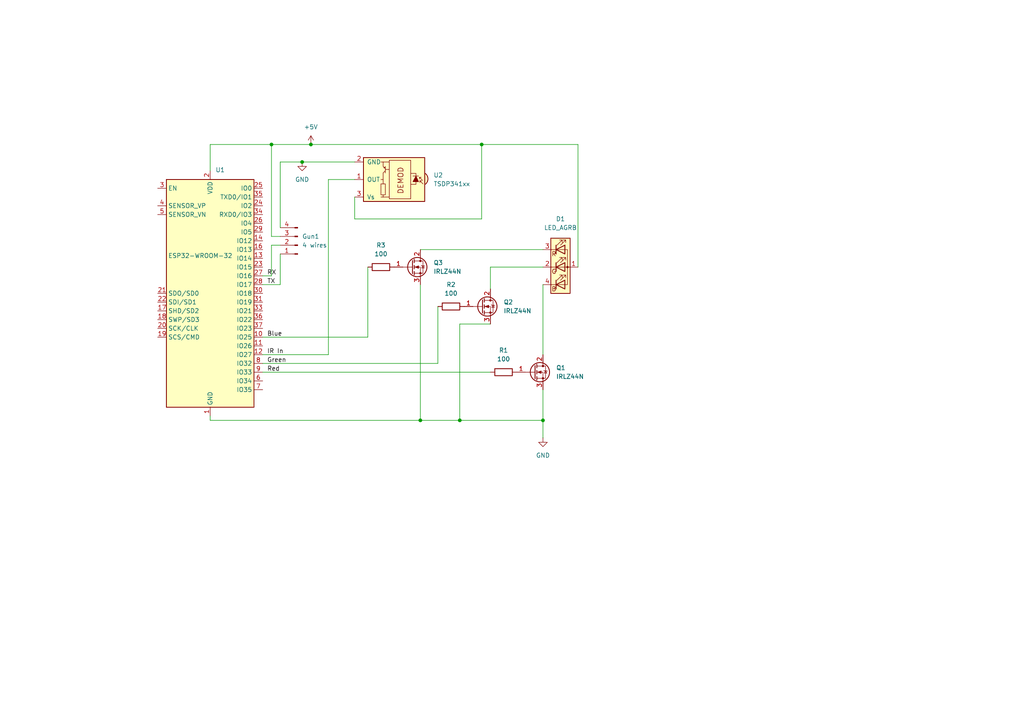
<source format=kicad_sch>
(kicad_sch (version 20250114) (generator "eeschema") (generator_version "9.0")
  (paper "A4")
  (lib_symbols
    (symbol "Connector:Conn_01x04_Pin" (pin_names (offset 1.016) (hide yes))
      (property "Reference" "J" (at 0 5.08 0))
      (property "Value" "Conn_01x04_Pin" (at 0 -7.62 0))
      (symbol "Conn_01x04_Pin_1_1"
        (rectangle (start 0.8636 2.667) (end 0 2.413) (stroke (width 0.1524)) (fill (type outline)))
        (rectangle (start 0.8636 0.127) (end 0 -0.127) (stroke (width 0.1524)) (fill (type outline)))
        (rectangle (start 0.8636 -2.413) (end 0 -2.667) (stroke (width 0.1524)) (fill (type outline)))
        (rectangle (start 0.8636 -4.953) (end 0 -5.207) (stroke (width 0.1524)) (fill (type outline)))
        (polyline (pts (xy 1.27 2.54) (xy 0.8636 2.54)) (stroke (width 0.1524)))
        (polyline (pts (xy 1.27 0) (xy 0.8636 0)) (stroke (width 0.1524)))
        (polyline (pts (xy 1.27 -2.54) (xy 0.8636 -2.54)) (stroke (width 0.1524)))
        (polyline (pts (xy 1.27 -5.08) (xy 0.8636 -5.08)) (stroke (width 0.1524)))
        (pin passive line (at 5.08 2.54 180) (length 3.81) (name "Pin_1") (number "1"))
        (pin passive line (at 5.08 0 180) (length 3.81) (name "Pin_2") (number "2"))
        (pin passive line (at 5.08 -2.54 180) (length 3.81) (name "Pin_3") (number "3"))
        (pin passive line (at 5.08 -5.08 180) (length 3.81) (name "Pin_4") (number "4"))
      )
    )
    (symbol "Device:LED_AGRB" (pin_names (offset 0) (hide yes))
      (property "Reference" "D" (at 0 9.398 0))
      (property "Value" "LED_AGRB" (at 0 -8.89 0))
      (symbol "LED_AGRB_0_0"
        (text "R" (at -1.905 3.81 0) (effects (font (size 1.27 1.27))))
        (text "G" (at -1.905 -1.27 0) (effects (font (size 1.27 1.27))))
        (text "B" (at -1.905 -6.35 0) (effects (font (size 1.27 1.27))))
      )
      (symbol "LED_AGRB_0_1"
        (polyline (pts (xy -1.27 6.35) (xy -1.27 3.81)) (stroke (width 0.254)))
        (polyline (pts (xy -1.27 6.35) (xy -1.27 3.81) (xy -1.27 3.81)))
        (polyline (pts (xy -1.27 5.08) (xy -2.54 5.08)))
        (polyline (pts (xy -1.27 5.08) (xy 1.27 5.08)))
        (polyline (pts (xy -1.27 1.27) (xy -1.27 -1.27)) (stroke (width 0.254)))
        (polyline (pts (xy -1.27 1.27) (xy -1.27 -1.27) (xy -1.27 -1.27)))
        (polyline (pts (xy -1.27 0) (xy -2.54 0)))
        (polyline (pts (xy -1.27 -3.81) (xy -1.27 -6.35)) (stroke (width 0.254)))
        (polyline (pts (xy -1.27 -5.08) (xy -2.54 -5.08)))
        (polyline (pts (xy -1.27 -5.08) (xy 1.27 -5.08)))
        (polyline (pts (xy -1.016 6.35) (xy 0.508 7.874) (xy -0.254 7.874) (xy 0.508 7.874) (xy 0.508 7.112)))
        (polyline (pts (xy -1.016 1.27) (xy 0.508 2.794) (xy -0.254 2.794) (xy 0.508 2.794) (xy 0.508 2.032)))
        (polyline (pts (xy -1.016 -3.81) (xy 0.508 -2.286) (xy -0.254 -2.286) (xy 0.508 -2.286) (xy 0.508 -3.048)))
        (polyline (pts (xy 0 6.35) (xy 1.524 7.874) (xy 0.762 7.874) (xy 1.524 7.874) (xy 1.524 7.112)))
        (polyline (pts (xy 0 1.27) (xy 1.524 2.794) (xy 0.762 2.794) (xy 1.524 2.794) (xy 1.524 2.032)))
        (polyline (pts (xy 0 -3.81) (xy 1.524 -2.286) (xy 0.762 -2.286) (xy 1.524 -2.286) (xy 1.524 -3.048)))
        (polyline (pts (xy 1.27 6.35) (xy 1.27 3.81) (xy -1.27 5.08) (xy 1.27 6.35)) (stroke (width 0.254)))
        (rectangle (start 1.27 6.35) (end 1.27 6.35))
        (rectangle (start 1.27 3.81) (end 1.27 6.35))
        (polyline (pts (xy 1.27 1.27) (xy 1.27 -1.27) (xy -1.27 0) (xy 1.27 1.27)) (stroke (width 0.254)))
        (rectangle (start 1.27 1.27) (end 1.27 1.27))
        (polyline (pts (xy 1.27 0) (xy -1.27 0)))
        (polyline (pts (xy 1.27 0) (xy 2.54 0)))
        (rectangle (start 1.27 -1.27) (end 1.27 1.27))
        (polyline (pts (xy 1.27 -3.81) (xy 1.27 -6.35) (xy -1.27 -5.08) (xy 1.27 -3.81)) (stroke (width 0.254)))
        (polyline (pts (xy 1.27 -5.08) (xy 2.032 -5.08) (xy 2.032 5.08) (xy 1.27 5.08)))
        (circle (center 2.032 0) (radius 0.254) (fill (type outline)))
        (rectangle (start 2.794 8.382) (end -2.794 -7.62) (stroke (width 0.254)) (fill (type background)))
      )
      (symbol "LED_AGRB_1_1"
        (pin passive line (at -5.08 5.08 0) (length 2.54) (name "RK") (number "3"))
        (pin passive line (at -5.08 0 0) (length 2.54) (name "GK") (number "2"))
        (pin passive line (at -5.08 -5.08 0) (length 2.54) (name "BK") (number "4"))
        (pin passive line (at 5.08 0 180) (length 2.54) (name "A") (number "1"))
      )
    )
    (symbol "Device:R" (pin_numbers (hide yes)) (pin_names (offset 0))
      (property "Reference" "R" (at 2.032 0 90))
      (property "Value" "R" (at 0 0 90))
      (symbol "R_0_1"
        (rectangle (start -1.016 -2.54) (end 1.016 2.54) (stroke (width 0.254)))
      )
      (symbol "R_1_1"
        (pin passive line (at 0 3.81 270) (length 1.27) (name "~") (number "1"))
        (pin passive line (at 0 -3.81 90) (length 1.27) (name "~") (number "2"))
      )
    )
    (symbol "Interface_Optical:TSDP341xx" (pin_names (offset 1.016))
      (property "Reference" "U" (at -10.16 7.62 0))
      (property "Value" "TSDP341xx" (at -10.16 -7.62 0))
      (symbol "TSDP341xx_0_0"
        (arc (start -10.287 -1.778) (mid -11.0899 -0.1905) (end -10.287 1.397) (stroke (width 0.254)) (fill (type background)))
        (polyline (pts (xy 1.905 5.08) (xy 0.127 5.08)))
        (polyline (pts (xy 1.905 -5.08) (xy 0.127 -5.08)))
        (text "DEMOD" (at -3.175 0.254 900) (effects (font (size 1.524 1.524))))
      )
      (symbol "TSDP341xx_0_1"
        (polyline (pts (xy -8.763 0.381) (xy -9.652 1.27)))
        (polyline (pts (xy -8.763 0.381) (xy -9.271 0.381)))
        (polyline (pts (xy -8.763 0.381) (xy -8.763 0.889)))
        (polyline (pts (xy -8.636 -0.635) (xy -9.525 0.254)))
        (polyline (pts (xy -8.636 -0.635) (xy -9.144 -0.635)))
        (polyline (pts (xy -8.636 -0.635) (xy -8.636 -0.127)))
        (polyline (pts (xy -8.382 0.635) (xy -6.731 0.635) (xy -7.62 -1.016) (xy -8.382 0.635)) (fill (type outline)))
        (polyline (pts (xy -8.382 -1.016) (xy -6.731 -1.016)))
        (rectangle (start -6.096 5.588) (end 0.127 -5.588))
        (polyline (pts (xy -6.096 1.397) (xy -7.62 1.397) (xy -7.62 -1.778) (xy -6.096 -1.778)))
        (polyline (pts (xy 1.27 -1.905) (xy 1.27 -3.81)))
        (polyline (pts (xy 1.27 -2.54) (xy 1.905 -1.905) (xy 1.905 0) (xy 2.54 0)))
        (polyline (pts (xy 1.27 -2.921) (xy 0.127 -2.921)))
        (polyline (pts (xy 1.27 -3.175) (xy 1.905 -3.81) (xy 1.905 -5.08) (xy 2.54 -5.08)))
        (polyline (pts (xy 1.397 -3.556) (xy 1.524 -3.556)))
        (polyline (pts (xy 1.651 -3.556) (xy 1.524 -3.556)))
        (polyline (pts (xy 1.651 -3.556) (xy 1.651 -3.302)))
        (polyline (pts (xy 1.905 4.445) (xy 1.905 5.08) (xy 2.54 5.08)))
        (polyline (pts (xy 1.905 0) (xy 1.905 1.27)))
        (rectangle (start 2.54 1.27) (end 1.27 4.445))
        (rectangle (start 7.62 6.35) (end -10.16 -6.35) (stroke (width 0.254)) (fill (type background)))
      )
      (symbol "TSDP341xx_1_1"
        (pin power_in line (at 10.16 5.08 180) (length 2.54) (name "Vs") (number "3"))
        (pin output line (at 10.16 0 180) (length 2.54) (name "OUT") (number "1"))
        (pin power_in line (at 10.16 -5.08 180) (length 2.54) (name "GND") (number "2"))
      )
    )
    (symbol "RF_Module:ESP32-WROOM-32"
      (property "Reference" "U" (at -12.7 34.29 0))
      (property "Value" "ESP32-WROOM-32" (at 1.27 34.29 0))
      (symbol "ESP32-WROOM-32_0_1"
        (rectangle (start -12.7 33.02) (end 12.7 -33.02) (stroke (width 0.254)) (fill (type background)))
      )
      (symbol "ESP32-WROOM-32_1_1"
        (pin input line (at -15.24 30.48 0) (length 2.54) (name "EN") (number "3"))
        (pin input line (at -15.24 25.4 0) (length 2.54) (name "SENSOR_VP") (number "4"))
        (pin input line (at -15.24 22.86 0) (length 2.54) (name "SENSOR_VN") (number "5"))
        (pin bidirectional line (at -15.24 0 0) (length 2.54) (name "SDO/SD0") (number "21"))
        (pin bidirectional line (at -15.24 -2.54 0) (length 2.54) (name "SDI/SD1") (number "22"))
        (pin bidirectional line (at -15.24 -5.08 0) (length 2.54) (name "SHD/SD2") (number "17"))
        (pin bidirectional line (at -15.24 -7.62 0) (length 2.54) (name "SWP/SD3") (number "18"))
        (pin bidirectional line (at -15.24 -10.16 0) (length 2.54) (name "SCK/CLK") (number "20"))
        (pin bidirectional line (at -15.24 -12.7 0) (length 2.54) (name "SCS/CMD") (number "19"))
        (pin no_connect line (at -12.7 -27.94 0) (length 2.54) (hide yes) (name "NC") (number "32"))
        (pin power_in line (at 0 35.56 270) (length 2.54) (name "VDD") (number "2"))
        (pin power_in line (at 0 -35.56 90) (length 2.54) (name "GND") (number "1"))
        (pin passive line (at 0 -35.56 90) (length 2.54) (hide yes) (name "GND") (number "15"))
        (pin passive line (at 0 -35.56 90) (length 2.54) (hide yes) (name "GND") (number "38"))
        (pin passive line (at 0 -35.56 90) (length 2.54) (hide yes) (name "GND") (number "39"))
        (pin bidirectional line (at 15.24 30.48 180) (length 2.54) (name "IO0") (number "25"))
        (pin bidirectional line (at 15.24 27.94 180) (length 2.54) (name "TXD0/IO1") (number "35"))
        (pin bidirectional line (at 15.24 25.4 180) (length 2.54) (name "IO2") (number "24"))
        (pin bidirectional line (at 15.24 22.86 180) (length 2.54) (name "RXD0/IO3") (number "34"))
        (pin bidirectional line (at 15.24 20.32 180) (length 2.54) (name "IO4") (number "26"))
        (pin bidirectional line (at 15.24 17.78 180) (length 2.54) (name "IO5") (number "29"))
        (pin bidirectional line (at 15.24 15.24 180) (length 2.54) (name "IO12") (number "14"))
        (pin bidirectional line (at 15.24 12.7 180) (length 2.54) (name "IO13") (number "16"))
        (pin bidirectional line (at 15.24 10.16 180) (length 2.54) (name "IO14") (number "13"))
        (pin bidirectional line (at 15.24 7.62 180) (length 2.54) (name "IO15") (number "23"))
        (pin bidirectional line (at 15.24 5.08 180) (length 2.54) (name "IO16") (number "27"))
        (pin bidirectional line (at 15.24 2.54 180) (length 2.54) (name "IO17") (number "28"))
        (pin bidirectional line (at 15.24 0 180) (length 2.54) (name "IO18") (number "30"))
        (pin bidirectional line (at 15.24 -2.54 180) (length 2.54) (name "IO19") (number "31"))
        (pin bidirectional line (at 15.24 -5.08 180) (length 2.54) (name "IO21") (number "33"))
        (pin bidirectional line (at 15.24 -7.62 180) (length 2.54) (name "IO22") (number "36"))
        (pin bidirectional line (at 15.24 -10.16 180) (length 2.54) (name "IO23") (number "37"))
        (pin bidirectional line (at 15.24 -12.7 180) (length 2.54) (name "IO25") (number "10"))
        (pin bidirectional line (at 15.24 -15.24 180) (length 2.54) (name "IO26") (number "11"))
        (pin bidirectional line (at 15.24 -17.78 180) (length 2.54) (name "IO27") (number "12"))
        (pin bidirectional line (at 15.24 -20.32 180) (length 2.54) (name "IO32") (number "8"))
        (pin bidirectional line (at 15.24 -22.86 180) (length 2.54) (name "IO33") (number "9"))
        (pin input line (at 15.24 -25.4 180) (length 2.54) (name "IO34") (number "6"))
        (pin input line (at 15.24 -27.94 180) (length 2.54) (name "IO35") (number "7"))
      )
    )
    (symbol "Transistor_FET:IRLZ44N" (pin_names (hide yes))
      (property "Reference" "Q" (at 5.08 1.905 0))
      (property "Value" "IRLZ44N" (at 5.08 0 0))
      (symbol "IRLZ44N_0_1"
        (polyline (pts (xy 0.254 1.905) (xy 0.254 -1.905)) (stroke (width 0.254)))
        (polyline (pts (xy 0.254 0) (xy -2.54 0)))
        (polyline (pts (xy 0.762 2.286) (xy 0.762 1.27)) (stroke (width 0.254)))
        (polyline (pts (xy 0.762 0.508) (xy 0.762 -0.508)) (stroke (width 0.254)))
        (polyline (pts (xy 0.762 -1.27) (xy 0.762 -2.286)) (stroke (width 0.254)))
        (polyline (pts (xy 0.762 -1.778) (xy 3.302 -1.778) (xy 3.302 1.778) (xy 0.762 1.778)))
        (polyline (pts (xy 1.016 0) (xy 2.032 0.381) (xy 2.032 -0.381) (xy 1.016 0)) (fill (type outline)))
        (circle (center 1.651 0) (radius 2.794) (stroke (width 0.254)))
        (polyline (pts (xy 2.54 2.54) (xy 2.54 1.778)))
        (circle (center 2.54 1.778) (radius 0.254) (fill (type outline)))
        (circle (center 2.54 -1.778) (radius 0.254) (fill (type outline)))
        (polyline (pts (xy 2.54 -2.54) (xy 2.54 0) (xy 0.762 0)))
        (polyline (pts (xy 2.794 0.508) (xy 2.921 0.381) (xy 3.683 0.381) (xy 3.81 0.254)))
        (polyline (pts (xy 3.302 0.381) (xy 2.921 -0.254) (xy 3.683 -0.254) (xy 3.302 0.381)))
      )
      (symbol "IRLZ44N_1_1"
        (pin input line (at -5.08 0 0) (length 2.54) (name "G") (number "1"))
        (pin passive line (at 2.54 5.08 270) (length 2.54) (name "D") (number "2"))
        (pin passive line (at 2.54 -5.08 90) (length 2.54) (name "S") (number "3"))
      )
    )
    (symbol "power:+5V" (power) (pin_numbers (hide yes)) (pin_names (offset 0) (hide yes))
      (property "Value" "+5V" (at 0 3.556 0))
      (symbol "+5V_0_1"
        (polyline (pts (xy -0.762 1.27) (xy 0 2.54)))
        (polyline (pts (xy 0 2.54) (xy 0.762 1.27)))
        (polyline (pts (xy 0 0) (xy 0 2.54)))
      )
      (symbol "+5V_1_1"
        (pin power_in line (at 0 0 90) (length 0) (name "~") (number "1"))
      )
    )
    (symbol "power:GND" (power) (pin_numbers (hide yes)) (pin_names (offset 0) (hide yes))
      (property "Value" "GND" (at 0 -3.81 0))
      (symbol "GND_0_1"
        (polyline (pts (xy 0 0) (xy 0 -1.27) (xy 1.27 -1.27) (xy 0 -2.54) (xy -1.27 -1.27) (xy 0 -1.27)))
      )
      (symbol "GND_1_1"
        (pin power_in line (at 0 0 270) (length 0) (name "~") (number "1"))
      )
    )
  )
  (junction (at 139.7 41.91))
  (junction (at 157.48 121.92))
  (junction (at 90.17 41.91))
  (junction (at 78.74 41.91))
  (junction (at 121.92 121.92))
  (junction (at 87.63 46.99))
  (junction (at 133.35 121.92))
  (wire (pts (xy 157.48 121.92) (xy 157.48 113.03)))
  (wire (pts (xy 106.68 77.47) (xy 106.68 97.79)))
  (wire (pts (xy 90.17 41.91) (xy 139.7 41.91)))
  (wire (pts (xy 121.92 82.55) (xy 121.92 121.92)))
  (wire (pts (xy 78.74 80.01) (xy 76.2 80.01)))
  (wire (pts (xy 95.25 102.87) (xy 76.2 102.87)))
  (wire (pts (xy 102.87 63.5) (xy 139.7 63.5)))
  (wire (pts (xy 78.74 71.12) (xy 78.74 80.01)))
  (wire (pts (xy 81.28 66.04) (xy 81.28 46.99)))
  (wire (pts (xy 127 88.9) (xy 127 105.41)))
  (wire (pts (xy 81.28 71.12) (xy 78.74 71.12)))
  (wire (pts (xy 76.2 107.95) (xy 142.24 107.95)))
  (wire (pts (xy 121.92 121.92) (xy 133.35 121.92)))
  (wire (pts (xy 133.35 93.98) (xy 133.35 121.92)))
  (wire (pts (xy 139.7 41.91) (xy 139.7 63.5)))
  (wire (pts (xy 167.64 41.91) (xy 167.64 77.47)))
  (wire (pts (xy 133.35 121.92) (xy 157.48 121.92)))
  (wire (pts (xy 142.24 77.47) (xy 157.48 77.47)))
  (wire (pts (xy 90.17 41.91) (xy 78.74 41.91)))
  (wire (pts (xy 76.2 97.79) (xy 106.68 97.79)))
  (wire (pts (xy 81.28 68.58) (xy 78.74 68.58)))
  (wire (pts (xy 78.74 41.91) (xy 78.74 68.58)))
  (wire (pts (xy 60.96 121.92) (xy 60.96 120.65)))
  (wire (pts (xy 95.25 52.07) (xy 102.87 52.07)))
  (wire (pts (xy 157.48 102.87) (xy 157.48 82.55)))
  (wire (pts (xy 81.28 82.55) (xy 76.2 82.55)))
  (wire (pts (xy 127 105.41) (xy 76.2 105.41)))
  (wire (pts (xy 60.96 41.91) (xy 60.96 49.53)))
  (wire (pts (xy 95.25 102.87) (xy 95.25 52.07)))
  (wire (pts (xy 78.74 41.91) (xy 60.96 41.91)))
  (wire (pts (xy 87.63 46.99) (xy 102.87 46.99)))
  (wire (pts (xy 139.7 41.91) (xy 167.64 41.91)))
  (wire (pts (xy 60.96 121.92) (xy 121.92 121.92)))
  (wire (pts (xy 157.48 127) (xy 157.48 121.92)))
  (wire (pts (xy 121.92 72.39) (xy 157.48 72.39)))
  (wire (pts (xy 81.28 73.66) (xy 81.28 82.55)))
  (wire (pts (xy 81.28 46.99) (xy 87.63 46.99)))
  (wire (pts (xy 142.24 83.82) (xy 142.24 77.47)))
  (wire (pts (xy 142.24 93.98) (xy 133.35 93.98)))
  (wire (pts (xy 102.87 57.15) (xy 102.87 63.5)))
  (label "TX" (at 77.47 82.55 0))
  (label "IR In" (at 77.47 102.87 0))
  (label "Green" (at 77.47 105.41 0))
  (label "Blue" (at 77.47 97.79 0))
  (label "Red" (at 77.47 107.95 0))
  (label "RX" (at 77.47 80.01 0))
  (symbol (lib_id "Device:R") (at 146.05 107.95 90) (unit 1)
    (property "Reference" "R1" (at 146.05 101.6 90))
    (property "Value" "100" (at 146.05 104.14 90))
    (property "Description" "Resistor" (effects (hide yes)))
  )
  (symbol (lib_id "power:+5V") (at 90.17 41.91 0) (unit 1)
    (property "Reference" "#PWR01" (effects (hide yes)))
    (property "Value" "+5V" (at 90.17 36.83 0))
    (property "Description" "Power symbol creates a global label with name \"+5V\"" (effects (hide yes)))
  )
  (symbol (lib_id "Device:R") (at 110.49 77.47 90) (unit 1)
    (property "Reference" "R3" (at 110.49 71.12 90))
    (property "Value" "100" (at 110.49 73.66 90))
    (property "Description" "Resistor" (effects (hide yes)))
  )
  (symbol (lib_id "Connector:Conn_01x04_Pin") (at 86.36 71.12 180) (unit 1)
    (property "Reference" "Gun1" (at 87.63 68.5799 0) (effects (justify right)))
    (property "Value" "4 wires" (at 87.63 71.1199 0) (effects (justify right)))
    (property "Description" "Generic connector, single row, 01x04, script generated" (effects (hide yes)))
  )
  (symbol (lib_id "power:GND") (at 157.48 127 0) (unit 1)
    (property "Reference" "#PWR02" (effects (hide yes)))
    (property "Value" "GND" (at 157.48 132.08 0))
    (property "Description" "Power symbol creates a global label with name \"GND\" , ground" (effects (hide yes)))
  )
  (symbol (lib_id "Transistor_FET:IRLZ44N") (at 154.94 107.95 0) (unit 1)
    (property "Reference" "Q1" (at 161.29 106.6799 0) (effects (justify left)))
    (property "Value" "IRLZ44N" (at 161.29 109.2199 0) (effects (justify left)))
    (property "Footprint" "Package_TO_SOT_THT:TO-220-3_Vertical" (effects (hide yes)))
    (property "Datasheet" "http://www.irf.com/product-info/datasheets/data/irlz44n.pdf" (effects (hide yes)))
    (property "Description" "47A Id, 55V Vds, 22mOhm Rds Single N-Channel HEXFET Power MOSFET, TO-220AB" (effects (hide yes)))
  )
  (symbol (lib_id "Transistor_FET:IRLZ44N") (at 119.38 77.47 0) (unit 1)
    (property "Reference" "Q3" (at 125.73 76.1999 0) (effects (justify left)))
    (property "Value" "IRLZ44N" (at 125.73 78.7399 0) (effects (justify left)))
    (property "Footprint" "Package_TO_SOT_THT:TO-220-3_Vertical" (effects (hide yes)))
    (property "Datasheet" "http://www.irf.com/product-info/datasheets/data/irlz44n.pdf" (effects (hide yes)))
    (property "Description" "47A Id, 55V Vds, 22mOhm Rds Single N-Channel HEXFET Power MOSFET, TO-220AB" (effects (hide yes)))
  )
  (symbol (lib_id "Transistor_FET:IRLZ44N") (at 139.7 88.9 0) (unit 1)
    (property "Reference" "Q2" (at 146.05 87.6299 0) (effects (justify left)))
    (property "Value" "IRLZ44N" (at 146.05 90.1699 0) (effects (justify left)))
    (property "Footprint" "Package_TO_SOT_THT:TO-220-3_Vertical" (effects (hide yes)))
    (property "Datasheet" "http://www.irf.com/product-info/datasheets/data/irlz44n.pdf" (effects (hide yes)))
    (property "Description" "47A Id, 55V Vds, 22mOhm Rds Single N-Channel HEXFET Power MOSFET, TO-220AB" (effects (hide yes)))
  )
  (symbol (lib_id "RF_Module:ESP32-WROOM-32") (at 60.96 85.09 0) (unit 1)
    (property "Reference" "U1" (at 62.484 49.276 0) (effects (justify left)))
    (property "Value" "ESP32-WROOM-32" (at 48.768 74.168 0) (effects (justify left)))
    (property "Footprint" "RF_Module:ESP32-WROOM-32" (effects (hide yes)))
    (property "Datasheet" "https://www.espressif.com/sites/default/files/documentation/esp32-wroom-32_datasheet_en.pdf" (effects (hide yes)))
    (property "Description" "RF Module, ESP32-D0WDQ6 SoC, Wi-Fi 802.11b/g/n, Bluetooth, BLE, 32-bit, 2.7-3.6V, onboard antenna, SMD" (effects (hide yes)))
  )
  (symbol (lib_id "power:GND") (at 87.63 46.99 0) (unit 1)
    (property "Reference" "#PWR03" (effects (hide yes)))
    (property "Value" "GND" (at 87.63 52.07 0))
    (property "Description" "Power symbol creates a global label with name \"GND\" , ground" (effects (hide yes)))
  )
  (symbol (lib_id "Interface_Optical:TSDP341xx") (at 113.03 52.07 180) (unit 1)
    (property "Reference" "U2" (at 125.73 50.7999 0) (effects (justify right)))
    (property "Value" "TSDP341xx" (at 125.73 53.3399 0) (effects (justify right)))
    (property "Footprint" "OptoDevice:Vishay_MOLD-3Pin" (effects (hide yes)))
    (property "Datasheet" "http://www.vishay.com/docs/82667/tsdp341.pdf" (effects (hide yes)))
    (property "Description" "IR Receiver Modules for Data Transmission" (effects (hide yes)))
  )
  (symbol (lib_id "Device:LED_AGRB") (at 162.56 77.47 0) (unit 1)
    (property "Reference" "D1" (at 162.56 63.5 0))
    (property "Value" "LED_AGRB" (at 162.56 66.04 0))
    (property "Description" "RGB LED, anode/green/red/blue" (effects (hide yes)))
  )
  (symbol (lib_id "Device:R") (at 130.81 88.9 90) (unit 1)
    (property "Reference" "R2" (at 130.81 82.55 90))
    (property "Value" "100" (at 130.81 85.09 90))
    (property "Description" "Resistor" (effects (hide yes)))
  )
)
</source>
